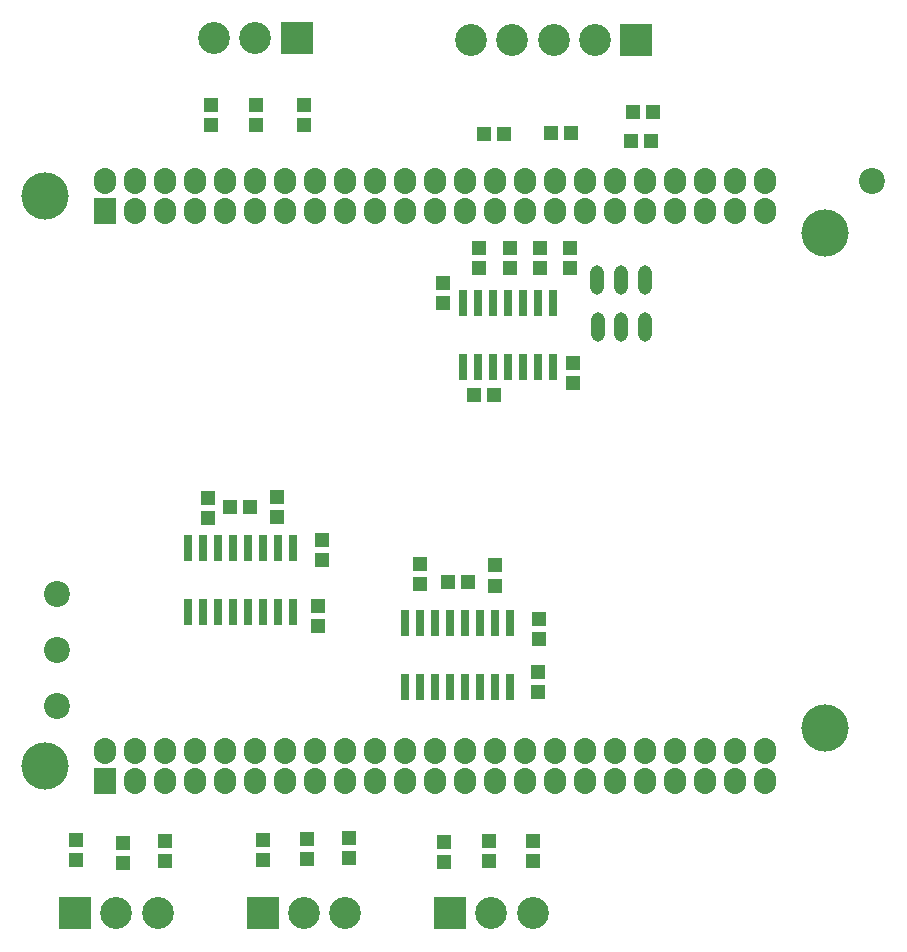
<source format=gts>
%TF.GenerationSoftware,Novarm,DipTrace,3.3.1.3*%
%TF.CreationDate,2020-06-26T14:00:03+00:00*%
%FSLAX35Y35*%
%MOMM*%
%TF.FileFunction,Soldermask,Top*%
%TF.Part,Single*%
%ADD41O,1.2X2.5*%
%ADD44C,4.0*%
%ADD52R,0.8X2.2*%
%ADD54R,1.9X2.2*%
%ADD56O,1.9X2.2*%
%ADD58R,2.7X2.7*%
%ADD60C,2.7*%
%ADD62C,2.2*%
%ADD64R,1.3X1.2*%
%ADD66R,1.2X1.3*%
G75*
G01*
%LPD*%
D66*
X3364410Y3919880D3*
Y4089880D3*
X4178150Y1071067D3*
Y1241067D3*
D64*
X3577500Y1556000D3*
X3407500D3*
D66*
X4168793Y797090D3*
Y627090D3*
X3175000Y1534000D3*
Y1704000D3*
X3809750Y1525330D3*
Y1695330D3*
X2344807Y1741213D3*
Y1911213D3*
D64*
X1736250Y2190750D3*
X1566250D3*
D66*
X2312870Y1351747D3*
Y1181747D3*
X1375617Y2097303D3*
Y2267303D3*
X1966023Y2103480D3*
Y2273480D3*
D62*
X100387Y508140D3*
X103067Y976370D3*
D60*
X3604873Y6147040D3*
X3954873D3*
X4304873D3*
X4654873D3*
D58*
X5004873D3*
D60*
X4127500Y-1250550D3*
X3777500D3*
D58*
X3427500D3*
D60*
X2540000D3*
X2190000D3*
D58*
X1840000D3*
D60*
X952500D3*
X602500D3*
D58*
X252500D3*
D62*
X99917Y1452907D3*
D56*
X508000Y4953000D3*
X762000D3*
X1016000D3*
X1270000D3*
X1524000D3*
X1778000D3*
X2032000D3*
X2286000D3*
X2540000D3*
X2794000D3*
X3048000D3*
X3302000D3*
X3556000D3*
X3810000D3*
X4064000D3*
X4318000D3*
X4572000D3*
X4826000D3*
X5080000D3*
X5334000D3*
X5588000D3*
X5842000D3*
X6096000D3*
Y4699000D3*
X5842000D3*
X5588000D3*
X5334000D3*
X5080000D3*
X4826000D3*
X4572000D3*
X4318000D3*
X4064000D3*
X3810000D3*
X3556000D3*
X3302000D3*
X3048000D3*
X2794000D3*
X2540000D3*
X2286000D3*
X2032000D3*
X1778000D3*
X1524000D3*
X1270000D3*
X1016000D3*
X762000D3*
D54*
X508000D3*
D56*
Y127000D3*
X762000D3*
X1016000D3*
X1270000D3*
X1524000D3*
X1778000D3*
X2032000D3*
X2286000D3*
X2540000D3*
X2794000D3*
X3048000D3*
X3302000D3*
X3556000D3*
X3810000D3*
X4064000D3*
X4318000D3*
X4572000D3*
X4826000D3*
X5080000D3*
X5334000D3*
X5588000D3*
X5842000D3*
X6096000D3*
Y-127000D3*
X5842000D3*
X5588000D3*
X5334000D3*
X5080000D3*
X4826000D3*
X4572000D3*
X4318000D3*
X4064000D3*
X3810000D3*
X3556000D3*
X3302000D3*
X3048000D3*
X2794000D3*
X2540000D3*
X2286000D3*
X2032000D3*
X1778000D3*
X1524000D3*
X1270000D3*
X1016000D3*
X762000D3*
D54*
X508000D3*
D62*
X7001853Y4949717D3*
D60*
X1427523Y6158520D3*
X1777523D3*
D58*
X2127523D3*
D66*
X4127390Y-634723D3*
Y-804723D3*
X2574283Y-614667D3*
Y-784667D3*
X3758610Y-634723D3*
Y-804723D3*
X2219340Y-623443D3*
Y-793443D3*
X1013013Y-637423D3*
Y-807423D3*
X660003Y-650800D3*
Y-820800D3*
X3937473Y4382437D3*
Y4212437D3*
X3670763Y4384007D3*
Y4214007D3*
X4441443Y4386710D3*
Y4216710D3*
X4187427Y4382667D3*
Y4212667D3*
X3373580Y-645343D3*
Y-815343D3*
X263000Y-632777D3*
Y-802777D3*
X1843000Y-630833D3*
Y-800833D3*
D64*
X5149080Y5536727D3*
X4979080D3*
D66*
X1400493Y5424187D3*
Y5594187D3*
X1786450Y5424187D3*
Y5594187D3*
X2194930Y5424187D3*
Y5594187D3*
D64*
X4282993Y5357700D3*
X4452993D3*
X3801580Y3136260D3*
X3631580D3*
D66*
X4470947Y3410180D3*
Y3240180D3*
D64*
X4961377Y5290813D3*
X5131377D3*
X3713803Y5347167D3*
X3883803D3*
D52*
X3937000Y1206500D3*
X3810000D3*
X3683000D3*
X3556000D3*
X3429000D3*
X3302000D3*
X3175000D3*
X3048000D3*
Y666500D3*
X3175000D3*
X3302000D3*
X3429000D3*
X3556000D3*
X3683000D3*
X3810000D3*
X3937000D3*
X2095500Y1841500D3*
X1968500D3*
X1841500D3*
X1714500D3*
X1587500D3*
X1460500D3*
X1333500D3*
X1206500D3*
Y1301500D3*
X1333500D3*
X1460500D3*
X1587500D3*
X1714500D3*
X1841500D3*
X1968500D3*
X2095500D3*
D41*
X4876683Y3710980D3*
X4676683D3*
X5076683D3*
X4875113Y4108173D3*
X4675113D3*
X5075113D3*
D52*
X3540617Y3374717D3*
X3667617D3*
X3794617D3*
X3921617D3*
X4048617D3*
X4175617D3*
X4302617D3*
Y3914717D3*
X4175617D3*
X4048617D3*
X3921617D3*
X3794617D3*
X3667617D3*
X3540617D3*
D44*
X0Y4826000D3*
X6604000Y4508500D3*
Y317500D3*
X0Y0D3*
M02*

</source>
